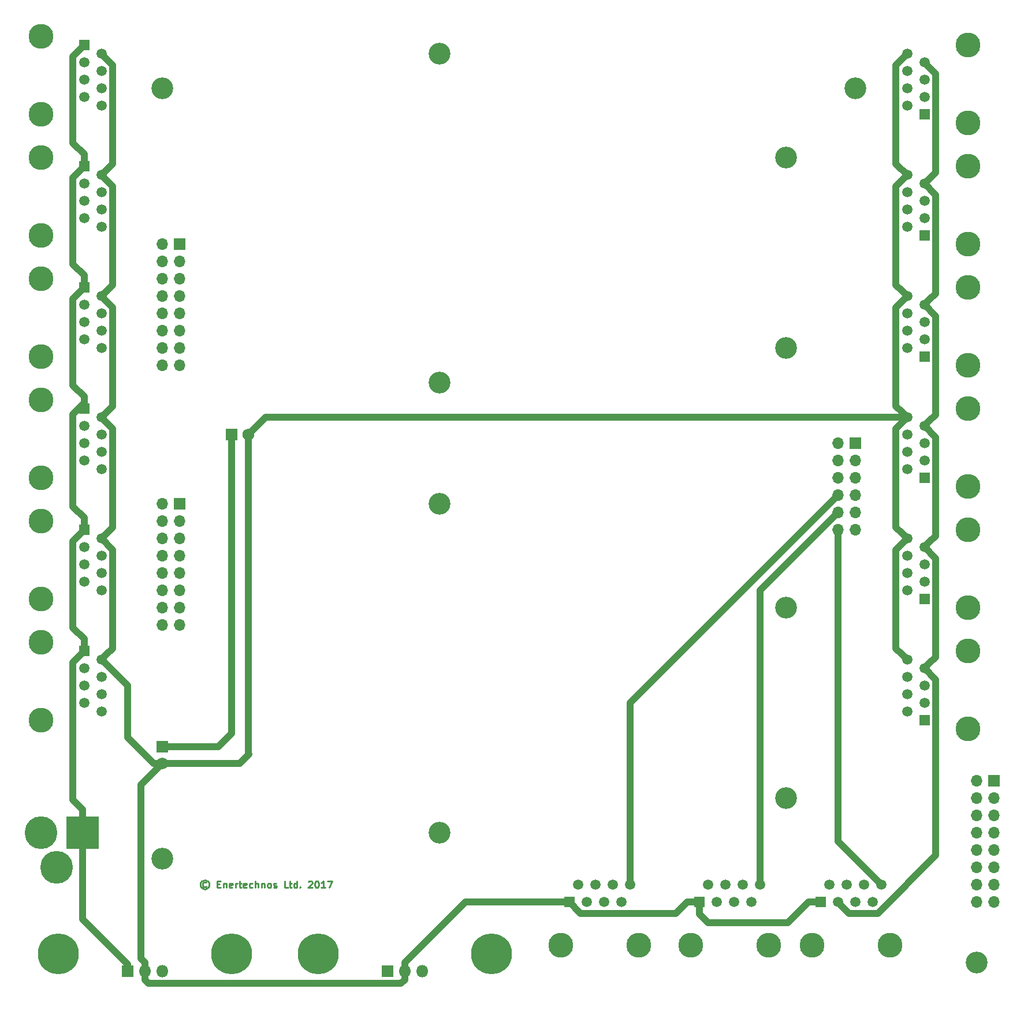
<source format=gbr>
G04 #@! TF.FileFunction,Copper,L1,Top,Signal*
%FSLAX46Y46*%
G04 Gerber Fmt 4.6, Leading zero omitted, Abs format (unit mm)*
G04 Created by KiCad (PCBNEW 4.0.7) date 01/04/18 11:22:08*
%MOMM*%
%LPD*%
G01*
G04 APERTURE LIST*
%ADD10C,0.100000*%
%ADD11C,0.250000*%
%ADD12R,1.800000X1.800000*%
%ADD13O,1.800000X1.800000*%
%ADD14C,5.999480*%
%ADD15C,3.200000*%
%ADD16R,1.700000X1.700000*%
%ADD17O,1.700000X1.700000*%
%ADD18C,4.800000*%
%ADD19R,4.800000X4.800000*%
%ADD20C,3.650000*%
%ADD21R,1.500000X1.500000*%
%ADD22C,1.500000*%
%ADD23R,1.750000X1.750000*%
%ADD24C,1.750000*%
%ADD25C,1.000000*%
G04 APERTURE END LIST*
D10*
D11*
X34394284Y18089524D02*
X34299046Y18137143D01*
X34108570Y18137143D01*
X34013332Y18089524D01*
X33918094Y17994286D01*
X33870475Y17899048D01*
X33870475Y17708571D01*
X33918094Y17613333D01*
X34013332Y17518095D01*
X34108570Y17470476D01*
X34299046Y17470476D01*
X34394284Y17518095D01*
X34203808Y18470476D02*
X33965713Y18422857D01*
X33727617Y18280000D01*
X33584760Y18041905D01*
X33537141Y17803810D01*
X33584760Y17565714D01*
X33727617Y17327619D01*
X33965713Y17184762D01*
X34203808Y17137143D01*
X34441903Y17184762D01*
X34679998Y17327619D01*
X34822855Y17565714D01*
X34870475Y17803810D01*
X34822855Y18041905D01*
X34679998Y18280000D01*
X34441903Y18422857D01*
X34203808Y18470476D01*
X36060951Y17851429D02*
X36394285Y17851429D01*
X36537142Y17327619D02*
X36060951Y17327619D01*
X36060951Y18327619D01*
X36537142Y18327619D01*
X36965713Y17994286D02*
X36965713Y17327619D01*
X36965713Y17899048D02*
X37013332Y17946667D01*
X37108570Y17994286D01*
X37251428Y17994286D01*
X37346666Y17946667D01*
X37394285Y17851429D01*
X37394285Y17327619D01*
X38251428Y17375238D02*
X38156190Y17327619D01*
X37965713Y17327619D01*
X37870475Y17375238D01*
X37822856Y17470476D01*
X37822856Y17851429D01*
X37870475Y17946667D01*
X37965713Y17994286D01*
X38156190Y17994286D01*
X38251428Y17946667D01*
X38299047Y17851429D01*
X38299047Y17756190D01*
X37822856Y17660952D01*
X38727618Y17327619D02*
X38727618Y17994286D01*
X38727618Y17803810D02*
X38775237Y17899048D01*
X38822856Y17946667D01*
X38918094Y17994286D01*
X39013333Y17994286D01*
X39203809Y17994286D02*
X39584761Y17994286D01*
X39346666Y18327619D02*
X39346666Y17470476D01*
X39394285Y17375238D01*
X39489523Y17327619D01*
X39584761Y17327619D01*
X40299048Y17375238D02*
X40203810Y17327619D01*
X40013333Y17327619D01*
X39918095Y17375238D01*
X39870476Y17470476D01*
X39870476Y17851429D01*
X39918095Y17946667D01*
X40013333Y17994286D01*
X40203810Y17994286D01*
X40299048Y17946667D01*
X40346667Y17851429D01*
X40346667Y17756190D01*
X39870476Y17660952D01*
X41203810Y17375238D02*
X41108572Y17327619D01*
X40918095Y17327619D01*
X40822857Y17375238D01*
X40775238Y17422857D01*
X40727619Y17518095D01*
X40727619Y17803810D01*
X40775238Y17899048D01*
X40822857Y17946667D01*
X40918095Y17994286D01*
X41108572Y17994286D01*
X41203810Y17946667D01*
X41632381Y17327619D02*
X41632381Y18327619D01*
X42060953Y17327619D02*
X42060953Y17851429D01*
X42013334Y17946667D01*
X41918096Y17994286D01*
X41775238Y17994286D01*
X41680000Y17946667D01*
X41632381Y17899048D01*
X42537143Y17994286D02*
X42537143Y17327619D01*
X42537143Y17899048D02*
X42584762Y17946667D01*
X42680000Y17994286D01*
X42822858Y17994286D01*
X42918096Y17946667D01*
X42965715Y17851429D01*
X42965715Y17327619D01*
X43584762Y17327619D02*
X43489524Y17375238D01*
X43441905Y17422857D01*
X43394286Y17518095D01*
X43394286Y17803810D01*
X43441905Y17899048D01*
X43489524Y17946667D01*
X43584762Y17994286D01*
X43727620Y17994286D01*
X43822858Y17946667D01*
X43870477Y17899048D01*
X43918096Y17803810D01*
X43918096Y17518095D01*
X43870477Y17422857D01*
X43822858Y17375238D01*
X43727620Y17327619D01*
X43584762Y17327619D01*
X44299048Y17375238D02*
X44394286Y17327619D01*
X44584762Y17327619D01*
X44680001Y17375238D01*
X44727620Y17470476D01*
X44727620Y17518095D01*
X44680001Y17613333D01*
X44584762Y17660952D01*
X44441905Y17660952D01*
X44346667Y17708571D01*
X44299048Y17803810D01*
X44299048Y17851429D01*
X44346667Y17946667D01*
X44441905Y17994286D01*
X44584762Y17994286D01*
X44680001Y17946667D01*
X46394287Y17327619D02*
X45918096Y17327619D01*
X45918096Y18327619D01*
X46584763Y17994286D02*
X46965715Y17994286D01*
X46727620Y18327619D02*
X46727620Y17470476D01*
X46775239Y17375238D01*
X46870477Y17327619D01*
X46965715Y17327619D01*
X47727621Y17327619D02*
X47727621Y18327619D01*
X47727621Y17375238D02*
X47632383Y17327619D01*
X47441906Y17327619D01*
X47346668Y17375238D01*
X47299049Y17422857D01*
X47251430Y17518095D01*
X47251430Y17803810D01*
X47299049Y17899048D01*
X47346668Y17946667D01*
X47441906Y17994286D01*
X47632383Y17994286D01*
X47727621Y17946667D01*
X48203811Y17422857D02*
X48251430Y17375238D01*
X48203811Y17327619D01*
X48156192Y17375238D01*
X48203811Y17422857D01*
X48203811Y17327619D01*
X49394287Y18232381D02*
X49441906Y18280000D01*
X49537144Y18327619D01*
X49775240Y18327619D01*
X49870478Y18280000D01*
X49918097Y18232381D01*
X49965716Y18137143D01*
X49965716Y18041905D01*
X49918097Y17899048D01*
X49346668Y17327619D01*
X49965716Y17327619D01*
X50584763Y18327619D02*
X50680002Y18327619D01*
X50775240Y18280000D01*
X50822859Y18232381D01*
X50870478Y18137143D01*
X50918097Y17946667D01*
X50918097Y17708571D01*
X50870478Y17518095D01*
X50822859Y17422857D01*
X50775240Y17375238D01*
X50680002Y17327619D01*
X50584763Y17327619D01*
X50489525Y17375238D01*
X50441906Y17422857D01*
X50394287Y17518095D01*
X50346668Y17708571D01*
X50346668Y17946667D01*
X50394287Y18137143D01*
X50441906Y18232381D01*
X50489525Y18280000D01*
X50584763Y18327619D01*
X51870478Y17327619D02*
X51299049Y17327619D01*
X51584763Y17327619D02*
X51584763Y18327619D01*
X51489525Y18184762D01*
X51394287Y18089524D01*
X51299049Y18041905D01*
X52203811Y18327619D02*
X52870478Y18327619D01*
X52441906Y17327619D01*
D12*
X22860000Y5080000D03*
D13*
X25400000Y5080000D03*
X27940000Y5080000D03*
D12*
X60960000Y5080000D03*
D13*
X63500000Y5080000D03*
X66040000Y5080000D03*
D14*
X38100000Y7620000D03*
X12700000Y7620000D03*
D15*
X27940000Y21590000D03*
X147320000Y6350000D03*
X129540000Y134620000D03*
X27940000Y134620000D03*
X119380000Y58420000D03*
X68580000Y73660000D03*
X119380000Y30480000D03*
X68580000Y25400000D03*
X119380000Y124460000D03*
X119380000Y96520000D03*
X68580000Y91440000D03*
X68580000Y139700000D03*
D14*
X76200000Y7620000D03*
X50800000Y7620000D03*
D16*
X30480000Y73660000D03*
D17*
X27940000Y73660000D03*
X30480000Y71120000D03*
X27940000Y71120000D03*
X30480000Y68580000D03*
X27940000Y68580000D03*
X30480000Y66040000D03*
X27940000Y66040000D03*
X30480000Y63500000D03*
X27940000Y63500000D03*
X30480000Y60960000D03*
X27940000Y60960000D03*
X30480000Y58420000D03*
X27940000Y58420000D03*
X30480000Y55880000D03*
X27940000Y55880000D03*
D16*
X30480000Y111760000D03*
D17*
X27940000Y111760000D03*
X30480000Y109220000D03*
X27940000Y109220000D03*
X30480000Y106680000D03*
X27940000Y106680000D03*
X30480000Y104140000D03*
X27940000Y104140000D03*
X30480000Y101600000D03*
X27940000Y101600000D03*
X30480000Y99060000D03*
X27940000Y99060000D03*
X30480000Y96520000D03*
X27940000Y96520000D03*
X30480000Y93980000D03*
X27940000Y93980000D03*
D16*
X149860000Y33020000D03*
D17*
X147320000Y33020000D03*
X149860000Y30480000D03*
X147320000Y30480000D03*
X149860000Y27940000D03*
X147320000Y27940000D03*
X149860000Y25400000D03*
X147320000Y25400000D03*
X149860000Y22860000D03*
X147320000Y22860000D03*
X149860000Y20320000D03*
X147320000Y20320000D03*
X149860000Y17780000D03*
X147320000Y17780000D03*
X149860000Y15240000D03*
X147320000Y15240000D03*
D16*
X129540000Y82550000D03*
D17*
X127000000Y82550000D03*
X129540000Y80010000D03*
X127000000Y80010000D03*
X129540000Y77470000D03*
X127000000Y77470000D03*
X129540000Y74930000D03*
X127000000Y74930000D03*
X129540000Y72390000D03*
X127000000Y72390000D03*
X129540000Y69850000D03*
X127000000Y69850000D03*
D18*
X10160000Y25400000D03*
D19*
X16260000Y25400000D03*
D18*
X12450000Y20320000D03*
D20*
X146050000Y87630000D03*
X146050000Y76200000D03*
D21*
X139700000Y77470000D03*
D22*
X137160000Y78740000D03*
X139700000Y80010000D03*
X137160000Y81280000D03*
X139700000Y82550000D03*
X137160000Y83820000D03*
X139700000Y85090000D03*
X137160000Y86360000D03*
D20*
X146050000Y52070000D03*
X146050000Y40640000D03*
D21*
X139700000Y41910000D03*
D22*
X137160000Y43180000D03*
X139700000Y44450000D03*
X137160000Y45720000D03*
X139700000Y46990000D03*
X137160000Y48260000D03*
X139700000Y49530000D03*
X137160000Y50800000D03*
D20*
X10160000Y113030000D03*
X10160000Y124460000D03*
D21*
X16510000Y123190000D03*
D22*
X19050000Y121920000D03*
X16510000Y120650000D03*
X19050000Y119380000D03*
X16510000Y118110000D03*
X19050000Y116840000D03*
X16510000Y115570000D03*
X19050000Y114300000D03*
D20*
X146050000Y69850000D03*
X146050000Y58420000D03*
D21*
X139700000Y59690000D03*
D22*
X137160000Y60960000D03*
X139700000Y62230000D03*
X137160000Y63500000D03*
X139700000Y64770000D03*
X137160000Y66040000D03*
X139700000Y67310000D03*
X137160000Y68580000D03*
D20*
X10160000Y95250000D03*
X10160000Y106680000D03*
D21*
X16510000Y105410000D03*
D22*
X19050000Y104140000D03*
X16510000Y102870000D03*
X19050000Y101600000D03*
X16510000Y100330000D03*
X19050000Y99060000D03*
X16510000Y97790000D03*
X19050000Y96520000D03*
D20*
X10160000Y77470000D03*
X10160000Y88900000D03*
D21*
X16510000Y87630000D03*
D22*
X19050000Y86360000D03*
X16510000Y85090000D03*
X19050000Y83820000D03*
X16510000Y82550000D03*
X19050000Y81280000D03*
X16510000Y80010000D03*
X19050000Y78740000D03*
D20*
X146050000Y105410000D03*
X146050000Y93980000D03*
D21*
X139700000Y95250000D03*
D22*
X137160000Y96520000D03*
X139700000Y97790000D03*
X137160000Y99060000D03*
X139700000Y100330000D03*
X137160000Y101600000D03*
X139700000Y102870000D03*
X137160000Y104140000D03*
D20*
X10160000Y59690000D03*
X10160000Y71120000D03*
D21*
X16510000Y69850000D03*
D22*
X19050000Y68580000D03*
X16510000Y67310000D03*
X19050000Y66040000D03*
X16510000Y64770000D03*
X19050000Y63500000D03*
X16510000Y62230000D03*
X19050000Y60960000D03*
D20*
X146050000Y123190000D03*
X146050000Y111760000D03*
D21*
X139700000Y113030000D03*
D22*
X137160000Y114300000D03*
X139700000Y115570000D03*
X137160000Y116840000D03*
X139700000Y118110000D03*
X137160000Y119380000D03*
X139700000Y120650000D03*
X137160000Y121920000D03*
D20*
X10160000Y41910000D03*
X10160000Y53340000D03*
D21*
X16510000Y52070000D03*
D22*
X19050000Y50800000D03*
X16510000Y49530000D03*
X19050000Y48260000D03*
X16510000Y46990000D03*
X19050000Y45720000D03*
X16510000Y44450000D03*
X19050000Y43180000D03*
D20*
X146050000Y140970000D03*
X146050000Y129540000D03*
D21*
X139700000Y130810000D03*
D22*
X137160000Y132080000D03*
X139700000Y133350000D03*
X137160000Y134620000D03*
X139700000Y135890000D03*
X137160000Y137160000D03*
X139700000Y138430000D03*
X137160000Y139700000D03*
D20*
X10160000Y130810000D03*
X10160000Y142240000D03*
D21*
X16510000Y140970000D03*
D22*
X19050000Y139700000D03*
X16510000Y138430000D03*
X19050000Y137160000D03*
X16510000Y135890000D03*
X19050000Y134620000D03*
X16510000Y133350000D03*
X19050000Y132080000D03*
D20*
X97790000Y8890000D03*
X86360000Y8890000D03*
D21*
X87630000Y15240000D03*
D22*
X88900000Y17780000D03*
X90170000Y15240000D03*
X91440000Y17780000D03*
X92710000Y15240000D03*
X93980000Y17780000D03*
X95250000Y15240000D03*
X96520000Y17780000D03*
D20*
X134620000Y8890000D03*
X123190000Y8890000D03*
D21*
X124460000Y15240000D03*
D22*
X125730000Y17780000D03*
X127000000Y15240000D03*
X128270000Y17780000D03*
X129540000Y15240000D03*
X130810000Y17780000D03*
X132080000Y15240000D03*
X133350000Y17780000D03*
D20*
X116840000Y8890000D03*
X105410000Y8890000D03*
D21*
X106680000Y15240000D03*
D22*
X107950000Y17780000D03*
X109220000Y15240000D03*
X110490000Y17780000D03*
X111760000Y15240000D03*
X113030000Y17780000D03*
X114300000Y15240000D03*
X115570000Y17780000D03*
D23*
X27940000Y38060000D03*
D24*
X27940000Y35560000D03*
D23*
X38100000Y83820000D03*
D24*
X40600000Y83820000D03*
D25*
X107980012Y12189988D02*
X106680000Y13490000D01*
X119659988Y12189988D02*
X107980012Y12189988D01*
X122710000Y15240000D02*
X119659988Y12189988D01*
X106680000Y13490000D02*
X106680000Y15240000D01*
X124460000Y15240000D02*
X122710000Y15240000D01*
X27940000Y35560000D02*
X24839999Y32459999D01*
X24839999Y32459999D02*
X24839999Y6912793D01*
X24839999Y6912793D02*
X25400000Y6352792D01*
X25400000Y6352792D02*
X25400000Y5080000D01*
X22860000Y46990000D02*
X22860000Y39402564D01*
X26702564Y35560000D02*
X27940000Y35560000D01*
X22860000Y39402564D02*
X26702564Y35560000D01*
X40600000Y83820000D02*
X43140000Y86360000D01*
X43140000Y86360000D02*
X137160000Y86360000D01*
X87630000Y15240000D02*
X72387208Y15240000D01*
X72387208Y15240000D02*
X63500000Y6352792D01*
X63500000Y6352792D02*
X63500000Y5080000D01*
X106680000Y15240000D02*
X104930000Y15240000D01*
X104930000Y15240000D02*
X103279999Y13589999D01*
X103279999Y13589999D02*
X89280001Y13589999D01*
X89280001Y13589999D02*
X87630000Y15240000D01*
X25400000Y5080000D02*
X25400000Y3807208D01*
X25400000Y3807208D02*
X25927209Y3279999D01*
X25927209Y3279999D02*
X62972791Y3279999D01*
X62972791Y3279999D02*
X63500000Y3807208D01*
X63500000Y3807208D02*
X63500000Y5080000D01*
X19050000Y50800000D02*
X22860000Y46990000D01*
X27940000Y35560000D02*
X39302081Y35560000D01*
X39302081Y35560000D02*
X40600000Y36857919D01*
X40600000Y83820000D02*
X40600000Y82582564D01*
X40600000Y83820000D02*
X40600000Y36857919D01*
X40640000Y36897919D02*
X40572081Y36830000D01*
X40600000Y36857919D02*
X40572081Y36830000D01*
X137160000Y121920000D02*
X135509999Y123570001D01*
X135509999Y123570001D02*
X135509999Y138049999D01*
X135509999Y138049999D02*
X136410001Y138950001D01*
X136410001Y138950001D02*
X137160000Y139700000D01*
X137160000Y68580000D02*
X135509999Y66929999D01*
X135509999Y66929999D02*
X135509999Y52450001D01*
X135509999Y52450001D02*
X136410001Y51549999D01*
X136410001Y51549999D02*
X137160000Y50800000D01*
X137160000Y86360000D02*
X135509999Y84709999D01*
X135509999Y84709999D02*
X135509999Y70230001D01*
X136410001Y69329999D02*
X137160000Y68580000D01*
X135509999Y70230001D02*
X136410001Y69329999D01*
X137160000Y104140000D02*
X135509999Y102489999D01*
X135509999Y102489999D02*
X135509999Y88010001D01*
X135509999Y88010001D02*
X136410001Y87109999D01*
X136410001Y87109999D02*
X137160000Y86360000D01*
X137160000Y121920000D02*
X135509999Y120269999D01*
X135509999Y120269999D02*
X135509999Y105790001D01*
X135509999Y105790001D02*
X136410001Y104889999D01*
X136410001Y104889999D02*
X137160000Y104140000D01*
X19050000Y121920000D02*
X20700001Y123570001D01*
X20700001Y123570001D02*
X20700001Y138049999D01*
X20700001Y138049999D02*
X19799999Y138950001D01*
X19799999Y138950001D02*
X19050000Y139700000D01*
X19050000Y68580000D02*
X20700001Y66929999D01*
X20700001Y66929999D02*
X20700001Y52450001D01*
X20700001Y52450001D02*
X19799999Y51549999D01*
X19799999Y51549999D02*
X19050000Y50800000D01*
X19050000Y68580000D02*
X20700001Y70230001D01*
X19050000Y104140000D02*
X20700001Y105790001D01*
X19799999Y121170001D02*
X19050000Y121920000D01*
X20700001Y105790001D02*
X20700001Y120269999D01*
X20700001Y120269999D02*
X19799999Y121170001D01*
X19050000Y86360000D02*
X20700001Y88010001D01*
X20700001Y88010001D02*
X20700001Y102489999D01*
X20700001Y102489999D02*
X19799999Y103390001D01*
X19799999Y103390001D02*
X19050000Y104140000D01*
X20700001Y70230001D02*
X20700001Y84709999D01*
X20700001Y84709999D02*
X19799999Y85610001D01*
X19799999Y85610001D02*
X19050000Y86360000D01*
X16510000Y52070000D02*
X14859999Y50419999D01*
X14859999Y50419999D02*
X14859999Y30200001D01*
X16260000Y28800000D02*
X16260000Y25400000D01*
X14859999Y30200001D02*
X16260000Y28800000D01*
X16260000Y25400000D02*
X16260000Y12714426D01*
X16260000Y12714426D02*
X22860000Y6114426D01*
X22860000Y6114426D02*
X22860000Y5080000D01*
X14859999Y139319999D02*
X16510000Y140970000D01*
X14859999Y126590001D02*
X16510000Y124940000D01*
X14859999Y139319999D02*
X14859999Y126590001D01*
X16510000Y124940000D02*
X16510000Y123190000D01*
X16510000Y69850000D02*
X14859999Y68199999D01*
X14859999Y68199999D02*
X14859999Y55470001D01*
X14859999Y55470001D02*
X16510000Y53820000D01*
X16510000Y53820000D02*
X16510000Y52070000D01*
X14859999Y86829999D02*
X14859999Y73250001D01*
X14859999Y73250001D02*
X16510000Y71600000D01*
X16510000Y71600000D02*
X16510000Y69850000D01*
X16510000Y88480000D02*
X16510000Y87630000D01*
X16510000Y89380000D02*
X16510000Y88480000D01*
X16510000Y88480000D02*
X14859999Y86829999D01*
X16510000Y105410000D02*
X14859999Y103759999D01*
X14859999Y103759999D02*
X14859999Y91030001D01*
X14859999Y91030001D02*
X16510000Y89380000D01*
X16510000Y123190000D02*
X14859999Y121539999D01*
X14859999Y121539999D02*
X14859999Y108810001D01*
X14859999Y108810001D02*
X16510000Y107160000D01*
X16510000Y107160000D02*
X16510000Y105410000D01*
X127000000Y72390000D02*
X115570000Y60960000D01*
X115570000Y60960000D02*
X115570000Y17780000D01*
X96520000Y44450000D02*
X127000000Y74930000D01*
X96520000Y17780000D02*
X96520000Y44450000D01*
X127000000Y69850000D02*
X127000000Y24130000D01*
X127000000Y24130000D02*
X133350000Y17780000D01*
X139700000Y49530000D02*
X141350001Y47879999D01*
X141350001Y22067999D02*
X132872001Y13589999D01*
X128650001Y13589999D02*
X127749999Y14490001D01*
X141350001Y47879999D02*
X141350001Y22067999D01*
X132872001Y13589999D02*
X128650001Y13589999D01*
X127749999Y14490001D02*
X127000000Y15240000D01*
X139700000Y120650000D02*
X141350001Y122300001D01*
X141350001Y122300001D02*
X141350001Y136779999D01*
X141350001Y136779999D02*
X140449999Y137680001D01*
X140449999Y137680001D02*
X139700000Y138430000D01*
X139700000Y67310000D02*
X141350001Y65659999D01*
X141350001Y65659999D02*
X141350001Y51180001D01*
X141350001Y51180001D02*
X140449999Y50279999D01*
X140449999Y50279999D02*
X139700000Y49530000D01*
X139700000Y85090000D02*
X141350001Y83439999D01*
X141350001Y83439999D02*
X141350001Y68960001D01*
X141350001Y68960001D02*
X140449999Y68059999D01*
X140449999Y68059999D02*
X139700000Y67310000D01*
X139700000Y102870000D02*
X141350001Y101219999D01*
X141350001Y101219999D02*
X141350001Y86740001D01*
X140449999Y85839999D02*
X139700000Y85090000D01*
X141350001Y86740001D02*
X140449999Y85839999D01*
X139700000Y120650000D02*
X141350001Y118999999D01*
X141350001Y118999999D02*
X141350001Y104520001D01*
X141350001Y104520001D02*
X140449999Y103619999D01*
X140449999Y103619999D02*
X139700000Y102870000D01*
X27940000Y38060000D02*
X36210000Y38060000D01*
X36210000Y38060000D02*
X38100000Y39950000D01*
X38100000Y83947002D02*
X38100000Y83820000D01*
X38100000Y83820000D02*
X38100000Y39950000D01*
M02*

</source>
